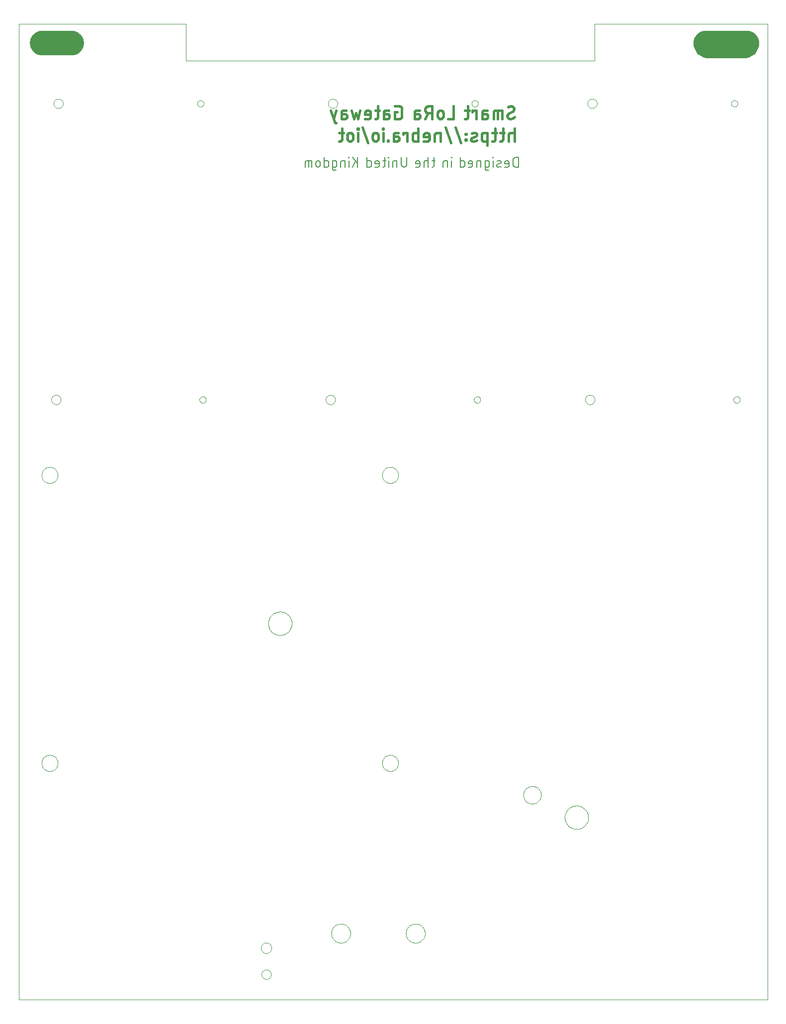
<source format=gbo>
G04 EAGLE Gerber RS-274X export*
G75*
%MOIN*%
%FSLAX34Y34*%
%LPD*%
%INBottom silk*%
%IPPOS*%
%AMOC8*
5,1,8,0,0,1.08239X$1,22.5*%
G01*
%ADD10C,0.000000*%
%ADD11C,0.015000*%
%ADD12C,0.006000*%

G36*
X48626Y68569D02*
X48626Y68569D01*
X48627Y68569D01*
X48767Y68579D01*
X48770Y68580D01*
X48773Y68580D01*
X48910Y68610D01*
X48913Y68611D01*
X48915Y68611D01*
X49047Y68660D01*
X49049Y68662D01*
X49052Y68663D01*
X49175Y68730D01*
X49177Y68732D01*
X49180Y68733D01*
X49292Y68817D01*
X49294Y68819D01*
X49296Y68821D01*
X49396Y68920D01*
X49397Y68922D01*
X49399Y68924D01*
X49483Y69037D01*
X49485Y69039D01*
X49486Y69041D01*
X49554Y69165D01*
X49555Y69167D01*
X49556Y69170D01*
X49605Y69301D01*
X49606Y69304D01*
X49607Y69306D01*
X49637Y69444D01*
X49637Y69446D01*
X49637Y69449D01*
X49647Y69589D01*
X49647Y69592D01*
X49647Y69595D01*
X49638Y69718D01*
X49637Y69721D01*
X49637Y69724D01*
X49608Y69844D01*
X49607Y69847D01*
X49606Y69850D01*
X49559Y69964D01*
X49557Y69967D01*
X49556Y69970D01*
X49491Y70075D01*
X49489Y70077D01*
X49488Y70080D01*
X49408Y70174D01*
X49405Y70176D01*
X49403Y70178D01*
X49309Y70258D01*
X49307Y70260D01*
X49304Y70262D01*
X49199Y70326D01*
X49196Y70328D01*
X49194Y70329D01*
X49080Y70377D01*
X49077Y70377D01*
X49074Y70378D01*
X48954Y70407D01*
X48951Y70408D01*
X48948Y70408D01*
X48824Y70418D01*
X48823Y70418D01*
X48821Y70418D01*
X46066Y70418D01*
X46064Y70418D01*
X46062Y70418D01*
X45939Y70408D01*
X45936Y70408D01*
X45933Y70407D01*
X45813Y70378D01*
X45810Y70377D01*
X45807Y70377D01*
X45693Y70329D01*
X45691Y70328D01*
X45688Y70326D01*
X45583Y70262D01*
X45580Y70260D01*
X45578Y70258D01*
X45484Y70178D01*
X45482Y70176D01*
X45479Y70174D01*
X45399Y70080D01*
X45398Y70077D01*
X45396Y70075D01*
X45331Y69970D01*
X45330Y69967D01*
X45328Y69964D01*
X45281Y69850D01*
X45280Y69847D01*
X45279Y69844D01*
X45250Y69724D01*
X45250Y69721D01*
X45249Y69718D01*
X45240Y69595D01*
X45240Y69592D01*
X45240Y69589D01*
X45250Y69449D01*
X45250Y69446D01*
X45250Y69444D01*
X45280Y69306D01*
X45281Y69304D01*
X45282Y69301D01*
X45331Y69170D01*
X45332Y69167D01*
X45333Y69165D01*
X45400Y69041D01*
X45402Y69039D01*
X45403Y69037D01*
X45488Y68924D01*
X45490Y68922D01*
X45491Y68920D01*
X45591Y68821D01*
X45593Y68819D01*
X45595Y68817D01*
X45707Y68733D01*
X45709Y68732D01*
X45712Y68730D01*
X45835Y68663D01*
X45838Y68662D01*
X45840Y68660D01*
X45972Y68611D01*
X45974Y68611D01*
X45977Y68610D01*
X46114Y68580D01*
X46117Y68580D01*
X46120Y68579D01*
X46260Y68569D01*
X46261Y68569D01*
X46262Y68569D01*
X48625Y68569D01*
X48626Y68569D01*
G37*
G36*
X3547Y68766D02*
X3547Y68766D01*
X3549Y68766D01*
X3672Y68776D01*
X3675Y68776D01*
X3678Y68777D01*
X3798Y68806D01*
X3799Y68806D01*
X3800Y68806D01*
X3802Y68807D01*
X3804Y68807D01*
X3918Y68855D01*
X3921Y68856D01*
X3923Y68857D01*
X4029Y68922D01*
X4031Y68924D01*
X4034Y68926D01*
X4128Y69006D01*
X4130Y69008D01*
X4132Y69010D01*
X4212Y69104D01*
X4214Y69107D01*
X4216Y69109D01*
X4280Y69214D01*
X4282Y69217D01*
X4283Y69220D01*
X4330Y69334D01*
X4331Y69337D01*
X4332Y69340D01*
X4361Y69460D01*
X4361Y69463D01*
X4362Y69466D01*
X4372Y69589D01*
X4372Y69592D01*
X4372Y69595D01*
X4362Y69718D01*
X4361Y69721D01*
X4361Y69724D01*
X4332Y69844D01*
X4331Y69847D01*
X4330Y69850D01*
X4283Y69964D01*
X4282Y69967D01*
X4280Y69970D01*
X4216Y70075D01*
X4214Y70077D01*
X4212Y70080D01*
X4132Y70174D01*
X4130Y70176D01*
X4128Y70178D01*
X4034Y70258D01*
X4031Y70260D01*
X4029Y70262D01*
X3923Y70326D01*
X3921Y70328D01*
X3918Y70329D01*
X3804Y70377D01*
X3801Y70377D01*
X3798Y70378D01*
X3678Y70407D01*
X3675Y70408D01*
X3672Y70408D01*
X3549Y70418D01*
X3547Y70418D01*
X3546Y70418D01*
X1577Y70418D01*
X1576Y70418D01*
X1574Y70418D01*
X1451Y70408D01*
X1448Y70408D01*
X1445Y70407D01*
X1325Y70378D01*
X1322Y70377D01*
X1319Y70377D01*
X1205Y70329D01*
X1202Y70328D01*
X1200Y70326D01*
X1094Y70262D01*
X1092Y70260D01*
X1089Y70258D01*
X995Y70178D01*
X993Y70176D01*
X991Y70174D01*
X911Y70080D01*
X909Y70077D01*
X907Y70075D01*
X843Y69970D01*
X842Y69967D01*
X840Y69964D01*
X793Y69850D01*
X792Y69847D01*
X791Y69844D01*
X762Y69724D01*
X762Y69721D01*
X761Y69718D01*
X751Y69595D01*
X752Y69592D01*
X751Y69589D01*
X761Y69466D01*
X762Y69463D01*
X762Y69460D01*
X791Y69340D01*
X792Y69337D01*
X793Y69334D01*
X840Y69220D01*
X842Y69217D01*
X843Y69214D01*
X907Y69109D01*
X909Y69107D01*
X911Y69104D01*
X991Y69010D01*
X993Y69008D01*
X995Y69006D01*
X1089Y68926D01*
X1092Y68924D01*
X1094Y68922D01*
X1200Y68857D01*
X1202Y68856D01*
X1205Y68855D01*
X1319Y68807D01*
X1321Y68807D01*
X1323Y68806D01*
X1324Y68806D01*
X1325Y68806D01*
X1445Y68777D01*
X1448Y68776D01*
X1451Y68776D01*
X1574Y68766D01*
X1576Y68766D01*
X1577Y68766D01*
X3546Y68766D01*
X3547Y68766D01*
G37*
D10*
X0Y5512D02*
X50197Y5512D01*
X50197Y70866D01*
X38600Y70866D01*
X11200Y70866D02*
X0Y70866D01*
X0Y5512D01*
D11*
X32946Y64517D02*
X32921Y64519D01*
X32897Y64523D01*
X32874Y64531D01*
X32852Y64542D01*
X32831Y64556D01*
X32812Y64572D01*
X32796Y64591D01*
X32782Y64611D01*
X32771Y64634D01*
X32763Y64657D01*
X32759Y64681D01*
X32757Y64706D01*
X32946Y64517D02*
X32985Y64519D01*
X33024Y64525D01*
X33062Y64534D01*
X33099Y64548D01*
X33135Y64565D01*
X33169Y64585D01*
X33200Y64608D01*
X33229Y64635D01*
X33206Y65178D02*
X33204Y65205D01*
X33198Y65231D01*
X33189Y65257D01*
X33176Y65280D01*
X33160Y65302D01*
X33141Y65321D01*
X33119Y65337D01*
X33096Y65350D01*
X33070Y65359D01*
X33044Y65365D01*
X33017Y65367D01*
X32985Y65366D01*
X32952Y65361D01*
X32921Y65354D01*
X32890Y65343D01*
X32860Y65330D01*
X32831Y65315D01*
X32805Y65296D01*
X33111Y65013D02*
X33132Y65027D01*
X33151Y65043D01*
X33167Y65062D01*
X33181Y65083D01*
X33192Y65105D01*
X33200Y65129D01*
X33204Y65153D01*
X33206Y65178D01*
X32852Y64871D02*
X32831Y64857D01*
X32812Y64841D01*
X32796Y64822D01*
X32782Y64801D01*
X32771Y64779D01*
X32763Y64755D01*
X32759Y64731D01*
X32757Y64706D01*
X32852Y64871D02*
X33111Y65013D01*
X32400Y65084D02*
X32400Y64517D01*
X32400Y65084D02*
X31975Y65084D01*
X31953Y65082D01*
X31931Y65077D01*
X31911Y65069D01*
X31892Y65057D01*
X31875Y65042D01*
X31860Y65025D01*
X31848Y65006D01*
X31840Y64986D01*
X31835Y64964D01*
X31833Y64942D01*
X31833Y64517D01*
X32116Y64517D02*
X32116Y65084D01*
X31295Y64847D02*
X31082Y64847D01*
X31295Y64847D02*
X31320Y64845D01*
X31344Y64840D01*
X31367Y64831D01*
X31388Y64818D01*
X31407Y64803D01*
X31424Y64785D01*
X31438Y64765D01*
X31449Y64742D01*
X31456Y64719D01*
X31460Y64694D01*
X31460Y64670D01*
X31456Y64645D01*
X31449Y64622D01*
X31438Y64600D01*
X31424Y64579D01*
X31407Y64561D01*
X31388Y64546D01*
X31367Y64533D01*
X31344Y64524D01*
X31320Y64519D01*
X31295Y64517D01*
X31082Y64517D01*
X31082Y64942D01*
X31084Y64964D01*
X31089Y64986D01*
X31097Y65006D01*
X31109Y65025D01*
X31124Y65042D01*
X31141Y65057D01*
X31160Y65069D01*
X31180Y65077D01*
X31202Y65082D01*
X31224Y65084D01*
X31413Y65084D01*
X30684Y65084D02*
X30684Y64517D01*
X30684Y65084D02*
X30400Y65084D01*
X30400Y64989D01*
X30210Y65084D02*
X29927Y65084D01*
X30115Y65367D02*
X30115Y64659D01*
X30116Y64659D02*
X30114Y64637D01*
X30109Y64615D01*
X30101Y64595D01*
X30089Y64576D01*
X30074Y64559D01*
X30057Y64544D01*
X30038Y64532D01*
X30018Y64524D01*
X29996Y64519D01*
X29974Y64517D01*
X29927Y64517D01*
X29145Y64517D02*
X29145Y65367D01*
X29145Y64517D02*
X28767Y64517D01*
X28469Y64706D02*
X28469Y64895D01*
X28467Y64922D01*
X28461Y64948D01*
X28452Y64974D01*
X28439Y64997D01*
X28423Y65019D01*
X28404Y65038D01*
X28382Y65054D01*
X28359Y65067D01*
X28333Y65076D01*
X28307Y65082D01*
X28280Y65084D01*
X28253Y65082D01*
X28227Y65076D01*
X28201Y65067D01*
X28178Y65054D01*
X28156Y65038D01*
X28137Y65019D01*
X28121Y64997D01*
X28108Y64974D01*
X28099Y64948D01*
X28093Y64922D01*
X28091Y64895D01*
X28092Y64895D02*
X28092Y64706D01*
X28091Y64706D02*
X28093Y64679D01*
X28099Y64653D01*
X28108Y64627D01*
X28121Y64604D01*
X28137Y64582D01*
X28156Y64563D01*
X28178Y64547D01*
X28201Y64534D01*
X28227Y64525D01*
X28253Y64519D01*
X28280Y64517D01*
X28307Y64519D01*
X28333Y64525D01*
X28359Y64534D01*
X28382Y64547D01*
X28404Y64563D01*
X28423Y64582D01*
X28439Y64604D01*
X28452Y64627D01*
X28461Y64653D01*
X28467Y64679D01*
X28469Y64706D01*
X27717Y64517D02*
X27717Y65367D01*
X27481Y65367D01*
X27451Y65365D01*
X27422Y65360D01*
X27394Y65350D01*
X27367Y65338D01*
X27342Y65322D01*
X27319Y65303D01*
X27299Y65281D01*
X27282Y65257D01*
X27267Y65231D01*
X27257Y65204D01*
X27249Y65175D01*
X27245Y65146D01*
X27245Y65116D01*
X27249Y65087D01*
X27257Y65058D01*
X27267Y65031D01*
X27282Y65005D01*
X27299Y64981D01*
X27319Y64959D01*
X27342Y64940D01*
X27367Y64924D01*
X27394Y64912D01*
X27422Y64902D01*
X27451Y64897D01*
X27481Y64895D01*
X27717Y64895D01*
X27433Y64895D02*
X27245Y64517D01*
X26746Y64847D02*
X26534Y64847D01*
X26746Y64847D02*
X26771Y64845D01*
X26795Y64840D01*
X26818Y64831D01*
X26839Y64818D01*
X26858Y64803D01*
X26875Y64785D01*
X26889Y64765D01*
X26900Y64742D01*
X26907Y64719D01*
X26911Y64694D01*
X26911Y64670D01*
X26907Y64645D01*
X26900Y64622D01*
X26889Y64600D01*
X26875Y64579D01*
X26858Y64561D01*
X26839Y64546D01*
X26818Y64533D01*
X26795Y64524D01*
X26771Y64519D01*
X26746Y64517D01*
X26534Y64517D01*
X26534Y64942D01*
X26536Y64964D01*
X26541Y64986D01*
X26549Y65006D01*
X26561Y65025D01*
X26576Y65042D01*
X26593Y65057D01*
X26612Y65069D01*
X26632Y65077D01*
X26654Y65082D01*
X26676Y65084D01*
X26864Y65084D01*
X25364Y64989D02*
X25222Y64989D01*
X25222Y64517D01*
X25505Y64517D01*
X25532Y64519D01*
X25558Y64525D01*
X25584Y64534D01*
X25607Y64547D01*
X25629Y64563D01*
X25648Y64582D01*
X25664Y64604D01*
X25677Y64627D01*
X25686Y64653D01*
X25692Y64679D01*
X25694Y64706D01*
X25694Y65178D01*
X25692Y65205D01*
X25686Y65231D01*
X25677Y65257D01*
X25664Y65280D01*
X25648Y65302D01*
X25629Y65321D01*
X25607Y65337D01*
X25584Y65350D01*
X25558Y65359D01*
X25532Y65365D01*
X25505Y65367D01*
X25222Y65367D01*
X24691Y64847D02*
X24479Y64847D01*
X24691Y64847D02*
X24716Y64845D01*
X24740Y64840D01*
X24763Y64831D01*
X24784Y64818D01*
X24803Y64803D01*
X24820Y64785D01*
X24834Y64765D01*
X24845Y64742D01*
X24852Y64719D01*
X24856Y64694D01*
X24856Y64670D01*
X24852Y64645D01*
X24845Y64622D01*
X24834Y64600D01*
X24820Y64579D01*
X24803Y64561D01*
X24784Y64546D01*
X24763Y64533D01*
X24740Y64524D01*
X24716Y64519D01*
X24691Y64517D01*
X24479Y64517D01*
X24479Y64942D01*
X24481Y64964D01*
X24486Y64986D01*
X24494Y65006D01*
X24506Y65025D01*
X24521Y65042D01*
X24538Y65057D01*
X24557Y65069D01*
X24577Y65077D01*
X24599Y65082D01*
X24621Y65084D01*
X24809Y65084D01*
X24182Y65084D02*
X23899Y65084D01*
X24087Y65367D02*
X24087Y64659D01*
X24088Y64659D02*
X24086Y64637D01*
X24081Y64615D01*
X24073Y64595D01*
X24061Y64576D01*
X24046Y64559D01*
X24029Y64544D01*
X24010Y64532D01*
X23990Y64524D01*
X23968Y64519D01*
X23946Y64517D01*
X23899Y64517D01*
X23450Y64517D02*
X23214Y64517D01*
X23450Y64517D02*
X23472Y64519D01*
X23494Y64524D01*
X23514Y64532D01*
X23533Y64544D01*
X23550Y64559D01*
X23565Y64576D01*
X23577Y64595D01*
X23585Y64615D01*
X23590Y64637D01*
X23592Y64659D01*
X23592Y64895D01*
X23590Y64922D01*
X23584Y64948D01*
X23575Y64974D01*
X23562Y64997D01*
X23546Y65019D01*
X23527Y65038D01*
X23505Y65054D01*
X23482Y65067D01*
X23456Y65076D01*
X23430Y65082D01*
X23403Y65084D01*
X23376Y65082D01*
X23350Y65076D01*
X23324Y65067D01*
X23301Y65054D01*
X23279Y65038D01*
X23260Y65019D01*
X23244Y64997D01*
X23231Y64974D01*
X23222Y64948D01*
X23216Y64922D01*
X23214Y64895D01*
X23214Y64800D01*
X23592Y64800D01*
X22892Y65084D02*
X22750Y64517D01*
X22609Y64895D01*
X22467Y64517D01*
X22325Y65084D01*
X21842Y64847D02*
X21629Y64847D01*
X21842Y64847D02*
X21867Y64845D01*
X21891Y64840D01*
X21914Y64831D01*
X21935Y64818D01*
X21954Y64803D01*
X21971Y64785D01*
X21985Y64765D01*
X21996Y64742D01*
X22003Y64719D01*
X22007Y64694D01*
X22007Y64670D01*
X22003Y64645D01*
X21996Y64622D01*
X21985Y64600D01*
X21971Y64579D01*
X21954Y64561D01*
X21935Y64546D01*
X21914Y64533D01*
X21891Y64524D01*
X21867Y64519D01*
X21842Y64517D01*
X21629Y64517D01*
X21629Y64942D01*
X21631Y64964D01*
X21636Y64986D01*
X21644Y65006D01*
X21656Y65025D01*
X21671Y65042D01*
X21688Y65057D01*
X21707Y65069D01*
X21727Y65077D01*
X21749Y65082D01*
X21771Y65084D01*
X21960Y65084D01*
X21291Y64234D02*
X21196Y64234D01*
X20913Y65084D01*
X21291Y65084D02*
X21102Y64517D01*
X33229Y63867D02*
X33229Y63017D01*
X33229Y63584D02*
X32993Y63584D01*
X32971Y63582D01*
X32949Y63577D01*
X32929Y63569D01*
X32910Y63557D01*
X32893Y63542D01*
X32878Y63525D01*
X32866Y63506D01*
X32858Y63486D01*
X32853Y63464D01*
X32851Y63442D01*
X32852Y63442D02*
X32852Y63017D01*
X32559Y63584D02*
X32275Y63584D01*
X32464Y63867D02*
X32464Y63159D01*
X32465Y63159D02*
X32463Y63137D01*
X32458Y63115D01*
X32450Y63095D01*
X32438Y63076D01*
X32423Y63059D01*
X32406Y63044D01*
X32387Y63032D01*
X32367Y63024D01*
X32345Y63019D01*
X32323Y63017D01*
X32275Y63017D01*
X32038Y63584D02*
X31755Y63584D01*
X31944Y63867D02*
X31944Y63159D01*
X31942Y63137D01*
X31937Y63115D01*
X31929Y63095D01*
X31917Y63076D01*
X31902Y63059D01*
X31885Y63044D01*
X31866Y63032D01*
X31846Y63024D01*
X31824Y63019D01*
X31802Y63017D01*
X31755Y63017D01*
X31417Y62734D02*
X31417Y63584D01*
X31181Y63584D01*
X31159Y63582D01*
X31137Y63577D01*
X31117Y63569D01*
X31098Y63557D01*
X31081Y63542D01*
X31066Y63525D01*
X31054Y63506D01*
X31046Y63486D01*
X31041Y63464D01*
X31039Y63442D01*
X31039Y63159D01*
X31041Y63137D01*
X31046Y63115D01*
X31054Y63095D01*
X31066Y63076D01*
X31081Y63059D01*
X31098Y63044D01*
X31117Y63032D01*
X31137Y63024D01*
X31159Y63019D01*
X31181Y63017D01*
X31417Y63017D01*
X30638Y63347D02*
X30402Y63253D01*
X30637Y63348D02*
X30656Y63357D01*
X30673Y63370D01*
X30688Y63385D01*
X30699Y63403D01*
X30708Y63422D01*
X30713Y63443D01*
X30714Y63464D01*
X30712Y63485D01*
X30706Y63505D01*
X30696Y63524D01*
X30684Y63541D01*
X30669Y63556D01*
X30651Y63568D01*
X30632Y63576D01*
X30611Y63581D01*
X30590Y63583D01*
X30547Y63581D01*
X30503Y63575D01*
X30460Y63565D01*
X30419Y63552D01*
X30378Y63536D01*
X30402Y63252D02*
X30383Y63243D01*
X30366Y63230D01*
X30351Y63215D01*
X30340Y63197D01*
X30331Y63178D01*
X30326Y63157D01*
X30325Y63136D01*
X30327Y63115D01*
X30333Y63095D01*
X30343Y63076D01*
X30355Y63059D01*
X30370Y63044D01*
X30388Y63032D01*
X30407Y63024D01*
X30428Y63019D01*
X30449Y63017D01*
X30448Y63017D02*
X30501Y63020D01*
X30554Y63026D01*
X30606Y63035D01*
X30658Y63048D01*
X30708Y63064D01*
X29995Y63088D02*
X29995Y63135D01*
X29948Y63135D01*
X29948Y63088D01*
X29995Y63088D01*
X29995Y63465D02*
X29995Y63513D01*
X29948Y63513D01*
X29948Y63465D01*
X29995Y63465D01*
X29640Y62922D02*
X29262Y63961D01*
X28605Y63961D02*
X28982Y62922D01*
X28270Y63017D02*
X28270Y63584D01*
X28034Y63584D01*
X28012Y63582D01*
X27990Y63577D01*
X27970Y63569D01*
X27951Y63557D01*
X27934Y63542D01*
X27919Y63525D01*
X27907Y63506D01*
X27899Y63486D01*
X27894Y63464D01*
X27892Y63442D01*
X27892Y63017D01*
X27388Y63017D02*
X27152Y63017D01*
X27388Y63017D02*
X27410Y63019D01*
X27432Y63024D01*
X27452Y63032D01*
X27471Y63044D01*
X27488Y63059D01*
X27503Y63076D01*
X27515Y63095D01*
X27523Y63115D01*
X27528Y63137D01*
X27530Y63159D01*
X27530Y63395D01*
X27528Y63422D01*
X27522Y63448D01*
X27513Y63474D01*
X27500Y63497D01*
X27484Y63519D01*
X27465Y63538D01*
X27443Y63554D01*
X27420Y63567D01*
X27394Y63576D01*
X27368Y63582D01*
X27341Y63584D01*
X27314Y63582D01*
X27288Y63576D01*
X27262Y63567D01*
X27239Y63554D01*
X27217Y63538D01*
X27198Y63519D01*
X27182Y63497D01*
X27169Y63474D01*
X27160Y63448D01*
X27154Y63422D01*
X27152Y63395D01*
X27152Y63300D01*
X27530Y63300D01*
X26786Y63017D02*
X26786Y63867D01*
X26786Y63017D02*
X26550Y63017D01*
X26528Y63019D01*
X26506Y63024D01*
X26486Y63032D01*
X26467Y63044D01*
X26450Y63059D01*
X26435Y63076D01*
X26423Y63095D01*
X26415Y63115D01*
X26410Y63137D01*
X26408Y63159D01*
X26408Y63442D01*
X26410Y63464D01*
X26415Y63486D01*
X26423Y63506D01*
X26435Y63525D01*
X26450Y63542D01*
X26467Y63557D01*
X26486Y63569D01*
X26506Y63577D01*
X26528Y63582D01*
X26550Y63584D01*
X26786Y63584D01*
X26045Y63584D02*
X26045Y63017D01*
X26045Y63584D02*
X25762Y63584D01*
X25762Y63489D01*
X25341Y63347D02*
X25129Y63347D01*
X25341Y63347D02*
X25366Y63345D01*
X25390Y63340D01*
X25413Y63331D01*
X25434Y63318D01*
X25453Y63303D01*
X25470Y63285D01*
X25484Y63265D01*
X25495Y63242D01*
X25502Y63219D01*
X25506Y63194D01*
X25506Y63170D01*
X25502Y63145D01*
X25495Y63122D01*
X25484Y63100D01*
X25470Y63079D01*
X25453Y63061D01*
X25434Y63046D01*
X25413Y63033D01*
X25390Y63024D01*
X25366Y63019D01*
X25341Y63017D01*
X25129Y63017D01*
X25129Y63442D01*
X25131Y63464D01*
X25136Y63486D01*
X25144Y63506D01*
X25156Y63525D01*
X25171Y63542D01*
X25188Y63557D01*
X25207Y63569D01*
X25227Y63577D01*
X25249Y63582D01*
X25271Y63584D01*
X25459Y63584D01*
X24789Y63064D02*
X24789Y63017D01*
X24789Y63064D02*
X24742Y63064D01*
X24742Y63017D01*
X24789Y63017D01*
X24437Y63017D02*
X24437Y63584D01*
X24460Y63820D02*
X24460Y63867D01*
X24413Y63867D01*
X24413Y63820D01*
X24460Y63820D01*
X24105Y63395D02*
X24105Y63206D01*
X24105Y63395D02*
X24103Y63422D01*
X24097Y63448D01*
X24088Y63474D01*
X24075Y63497D01*
X24059Y63519D01*
X24040Y63538D01*
X24018Y63554D01*
X23995Y63567D01*
X23969Y63576D01*
X23943Y63582D01*
X23916Y63584D01*
X23889Y63582D01*
X23863Y63576D01*
X23837Y63567D01*
X23814Y63554D01*
X23792Y63538D01*
X23773Y63519D01*
X23757Y63497D01*
X23744Y63474D01*
X23735Y63448D01*
X23729Y63422D01*
X23727Y63395D01*
X23727Y63206D01*
X23729Y63179D01*
X23735Y63153D01*
X23744Y63127D01*
X23757Y63104D01*
X23773Y63082D01*
X23792Y63063D01*
X23814Y63047D01*
X23837Y63034D01*
X23863Y63025D01*
X23889Y63019D01*
X23916Y63017D01*
X23943Y63019D01*
X23969Y63025D01*
X23995Y63034D01*
X24018Y63047D01*
X24040Y63063D01*
X24059Y63082D01*
X24075Y63104D01*
X24088Y63127D01*
X24097Y63153D01*
X24103Y63179D01*
X24105Y63206D01*
X23420Y62922D02*
X23042Y63961D01*
X22738Y63584D02*
X22738Y63017D01*
X22762Y63820D02*
X22762Y63867D01*
X22714Y63867D01*
X22714Y63820D01*
X22762Y63820D01*
X22406Y63395D02*
X22406Y63206D01*
X22406Y63395D02*
X22404Y63422D01*
X22398Y63448D01*
X22389Y63474D01*
X22376Y63497D01*
X22360Y63519D01*
X22341Y63538D01*
X22319Y63554D01*
X22296Y63567D01*
X22270Y63576D01*
X22244Y63582D01*
X22217Y63584D01*
X22190Y63582D01*
X22164Y63576D01*
X22138Y63567D01*
X22115Y63554D01*
X22093Y63538D01*
X22074Y63519D01*
X22058Y63497D01*
X22045Y63474D01*
X22036Y63448D01*
X22030Y63422D01*
X22028Y63395D01*
X22029Y63395D02*
X22029Y63206D01*
X22028Y63206D02*
X22030Y63179D01*
X22036Y63153D01*
X22045Y63127D01*
X22058Y63104D01*
X22074Y63082D01*
X22093Y63063D01*
X22115Y63047D01*
X22138Y63034D01*
X22164Y63025D01*
X22190Y63019D01*
X22217Y63017D01*
X22244Y63019D01*
X22270Y63025D01*
X22296Y63034D01*
X22319Y63047D01*
X22341Y63063D01*
X22360Y63082D01*
X22376Y63104D01*
X22389Y63127D01*
X22398Y63153D01*
X22404Y63179D01*
X22406Y63206D01*
X21763Y63584D02*
X21480Y63584D01*
X21669Y63867D02*
X21669Y63159D01*
X21667Y63137D01*
X21662Y63115D01*
X21654Y63095D01*
X21642Y63076D01*
X21627Y63059D01*
X21610Y63044D01*
X21591Y63032D01*
X21571Y63024D01*
X21549Y63019D01*
X21527Y63017D01*
X21480Y63017D01*
D12*
X33499Y61932D02*
X33499Y61292D01*
X33499Y61932D02*
X33321Y61932D01*
X33296Y61930D01*
X33271Y61925D01*
X33247Y61916D01*
X33225Y61904D01*
X33204Y61889D01*
X33186Y61871D01*
X33171Y61850D01*
X33159Y61828D01*
X33150Y61804D01*
X33145Y61779D01*
X33143Y61754D01*
X33144Y61754D02*
X33144Y61469D01*
X33143Y61469D02*
X33145Y61444D01*
X33150Y61419D01*
X33159Y61395D01*
X33171Y61373D01*
X33186Y61352D01*
X33204Y61334D01*
X33225Y61319D01*
X33247Y61307D01*
X33271Y61298D01*
X33296Y61293D01*
X33321Y61291D01*
X33321Y61292D02*
X33499Y61292D01*
X32762Y61292D02*
X32584Y61292D01*
X32762Y61291D02*
X32781Y61293D01*
X32799Y61297D01*
X32816Y61305D01*
X32831Y61316D01*
X32844Y61329D01*
X32855Y61345D01*
X32863Y61361D01*
X32867Y61379D01*
X32869Y61398D01*
X32869Y61576D01*
X32868Y61576D02*
X32866Y61598D01*
X32861Y61620D01*
X32853Y61640D01*
X32841Y61659D01*
X32826Y61676D01*
X32809Y61691D01*
X32790Y61703D01*
X32770Y61711D01*
X32748Y61716D01*
X32726Y61718D01*
X32704Y61716D01*
X32682Y61711D01*
X32662Y61703D01*
X32643Y61691D01*
X32626Y61676D01*
X32611Y61659D01*
X32599Y61640D01*
X32591Y61620D01*
X32586Y61598D01*
X32584Y61576D01*
X32584Y61505D01*
X32869Y61505D01*
X32282Y61540D02*
X32104Y61469D01*
X32282Y61541D02*
X32298Y61549D01*
X32313Y61560D01*
X32324Y61574D01*
X32333Y61590D01*
X32338Y61608D01*
X32340Y61626D01*
X32338Y61644D01*
X32333Y61661D01*
X32324Y61677D01*
X32313Y61691D01*
X32298Y61703D01*
X32282Y61711D01*
X32265Y61716D01*
X32247Y61718D01*
X32246Y61719D02*
X32213Y61717D01*
X32181Y61713D01*
X32148Y61705D01*
X32117Y61696D01*
X32086Y61683D01*
X32104Y61469D02*
X32088Y61461D01*
X32073Y61450D01*
X32062Y61436D01*
X32053Y61420D01*
X32048Y61402D01*
X32046Y61384D01*
X32048Y61366D01*
X32053Y61349D01*
X32062Y61333D01*
X32073Y61319D01*
X32088Y61307D01*
X32104Y61299D01*
X32121Y61294D01*
X32139Y61292D01*
X32140Y61291D02*
X32179Y61293D01*
X32219Y61297D01*
X32258Y61305D01*
X32297Y61314D01*
X32335Y61327D01*
X31803Y61292D02*
X31803Y61718D01*
X31821Y61896D02*
X31821Y61932D01*
X31786Y61932D01*
X31786Y61896D01*
X31821Y61896D01*
X31452Y61292D02*
X31274Y61292D01*
X31452Y61291D02*
X31471Y61293D01*
X31489Y61297D01*
X31506Y61305D01*
X31521Y61316D01*
X31534Y61329D01*
X31545Y61345D01*
X31553Y61361D01*
X31557Y61379D01*
X31559Y61398D01*
X31559Y61612D01*
X31557Y61631D01*
X31553Y61649D01*
X31545Y61666D01*
X31534Y61681D01*
X31521Y61694D01*
X31506Y61705D01*
X31489Y61713D01*
X31471Y61717D01*
X31452Y61719D01*
X31452Y61718D02*
X31274Y61718D01*
X31274Y61185D01*
X31276Y61166D01*
X31280Y61148D01*
X31288Y61132D01*
X31299Y61116D01*
X31312Y61103D01*
X31328Y61092D01*
X31344Y61084D01*
X31362Y61080D01*
X31381Y61078D01*
X31523Y61078D01*
X30981Y61292D02*
X30981Y61718D01*
X30804Y61718D01*
X30804Y61719D02*
X30785Y61717D01*
X30767Y61713D01*
X30751Y61705D01*
X30735Y61694D01*
X30722Y61681D01*
X30711Y61666D01*
X30703Y61649D01*
X30699Y61631D01*
X30697Y61612D01*
X30697Y61292D01*
X30321Y61292D02*
X30143Y61292D01*
X30321Y61291D02*
X30340Y61293D01*
X30358Y61297D01*
X30375Y61305D01*
X30390Y61316D01*
X30403Y61329D01*
X30414Y61345D01*
X30422Y61361D01*
X30426Y61379D01*
X30428Y61398D01*
X30428Y61576D01*
X30427Y61576D02*
X30425Y61598D01*
X30420Y61620D01*
X30412Y61640D01*
X30400Y61659D01*
X30385Y61676D01*
X30368Y61691D01*
X30349Y61703D01*
X30329Y61711D01*
X30307Y61716D01*
X30285Y61718D01*
X30263Y61716D01*
X30241Y61711D01*
X30221Y61703D01*
X30202Y61691D01*
X30185Y61676D01*
X30170Y61659D01*
X30158Y61640D01*
X30150Y61620D01*
X30145Y61598D01*
X30143Y61576D01*
X30143Y61505D01*
X30428Y61505D01*
X29613Y61292D02*
X29613Y61932D01*
X29613Y61292D02*
X29790Y61292D01*
X29790Y61291D02*
X29809Y61293D01*
X29827Y61297D01*
X29844Y61305D01*
X29859Y61316D01*
X29872Y61329D01*
X29883Y61345D01*
X29891Y61361D01*
X29895Y61379D01*
X29897Y61398D01*
X29897Y61612D01*
X29895Y61631D01*
X29891Y61649D01*
X29883Y61666D01*
X29872Y61681D01*
X29859Y61694D01*
X29844Y61705D01*
X29827Y61713D01*
X29809Y61717D01*
X29790Y61719D01*
X29790Y61718D02*
X29613Y61718D01*
X29014Y61718D02*
X29014Y61292D01*
X29031Y61896D02*
X29031Y61932D01*
X28996Y61932D01*
X28996Y61896D01*
X29031Y61896D01*
X28745Y61718D02*
X28745Y61292D01*
X28745Y61718D02*
X28568Y61718D01*
X28568Y61719D02*
X28549Y61717D01*
X28531Y61713D01*
X28515Y61705D01*
X28499Y61694D01*
X28486Y61681D01*
X28475Y61666D01*
X28467Y61649D01*
X28463Y61631D01*
X28461Y61612D01*
X28461Y61292D01*
X27914Y61718D02*
X27701Y61718D01*
X27843Y61932D02*
X27843Y61398D01*
X27844Y61398D02*
X27842Y61379D01*
X27838Y61361D01*
X27830Y61345D01*
X27819Y61329D01*
X27806Y61316D01*
X27791Y61305D01*
X27774Y61297D01*
X27756Y61293D01*
X27737Y61291D01*
X27737Y61292D02*
X27701Y61292D01*
X27453Y61292D02*
X27453Y61932D01*
X27453Y61718D02*
X27275Y61718D01*
X27275Y61719D02*
X27256Y61717D01*
X27238Y61713D01*
X27222Y61705D01*
X27206Y61694D01*
X27193Y61681D01*
X27182Y61666D01*
X27174Y61649D01*
X27170Y61631D01*
X27168Y61612D01*
X27169Y61612D02*
X27169Y61292D01*
X26793Y61292D02*
X26615Y61292D01*
X26793Y61291D02*
X26812Y61293D01*
X26830Y61297D01*
X26847Y61305D01*
X26862Y61316D01*
X26875Y61329D01*
X26886Y61345D01*
X26894Y61361D01*
X26898Y61379D01*
X26900Y61398D01*
X26899Y61398D02*
X26899Y61576D01*
X26897Y61598D01*
X26892Y61620D01*
X26884Y61640D01*
X26872Y61659D01*
X26857Y61676D01*
X26840Y61691D01*
X26821Y61703D01*
X26801Y61711D01*
X26779Y61716D01*
X26757Y61718D01*
X26735Y61716D01*
X26713Y61711D01*
X26693Y61703D01*
X26674Y61691D01*
X26657Y61676D01*
X26642Y61659D01*
X26630Y61640D01*
X26622Y61620D01*
X26617Y61598D01*
X26615Y61576D01*
X26615Y61505D01*
X26899Y61505D01*
X26012Y61469D02*
X26012Y61932D01*
X26012Y61469D02*
X26010Y61444D01*
X26005Y61419D01*
X25996Y61395D01*
X25984Y61373D01*
X25969Y61352D01*
X25951Y61334D01*
X25930Y61319D01*
X25908Y61307D01*
X25884Y61298D01*
X25859Y61293D01*
X25834Y61291D01*
X25809Y61293D01*
X25784Y61298D01*
X25760Y61307D01*
X25738Y61319D01*
X25717Y61334D01*
X25699Y61352D01*
X25684Y61373D01*
X25672Y61395D01*
X25663Y61419D01*
X25658Y61444D01*
X25656Y61469D01*
X25656Y61932D01*
X25361Y61718D02*
X25361Y61292D01*
X25361Y61718D02*
X25183Y61718D01*
X25183Y61719D02*
X25164Y61717D01*
X25146Y61713D01*
X25130Y61705D01*
X25114Y61694D01*
X25101Y61681D01*
X25090Y61666D01*
X25082Y61649D01*
X25078Y61631D01*
X25076Y61612D01*
X25076Y61292D01*
X24808Y61292D02*
X24808Y61718D01*
X24826Y61896D02*
X24826Y61932D01*
X24790Y61932D01*
X24790Y61896D01*
X24826Y61896D01*
X24612Y61718D02*
X24398Y61718D01*
X24541Y61932D02*
X24541Y61398D01*
X24539Y61379D01*
X24535Y61361D01*
X24527Y61345D01*
X24516Y61329D01*
X24503Y61316D01*
X24488Y61305D01*
X24471Y61297D01*
X24453Y61293D01*
X24434Y61291D01*
X24434Y61292D02*
X24398Y61292D01*
X24064Y61292D02*
X23887Y61292D01*
X24064Y61291D02*
X24083Y61293D01*
X24101Y61297D01*
X24118Y61305D01*
X24133Y61316D01*
X24146Y61329D01*
X24157Y61345D01*
X24165Y61361D01*
X24169Y61379D01*
X24171Y61398D01*
X24171Y61576D01*
X24169Y61598D01*
X24164Y61620D01*
X24156Y61640D01*
X24144Y61659D01*
X24129Y61676D01*
X24112Y61691D01*
X24093Y61703D01*
X24073Y61711D01*
X24051Y61716D01*
X24029Y61718D01*
X24007Y61716D01*
X23985Y61711D01*
X23965Y61703D01*
X23946Y61691D01*
X23929Y61676D01*
X23914Y61659D01*
X23902Y61640D01*
X23894Y61620D01*
X23889Y61598D01*
X23887Y61576D01*
X23887Y61505D01*
X24171Y61505D01*
X23356Y61292D02*
X23356Y61932D01*
X23356Y61292D02*
X23534Y61292D01*
X23534Y61291D02*
X23553Y61293D01*
X23571Y61297D01*
X23588Y61305D01*
X23603Y61316D01*
X23616Y61329D01*
X23627Y61345D01*
X23635Y61361D01*
X23639Y61379D01*
X23641Y61398D01*
X23641Y61612D01*
X23639Y61631D01*
X23635Y61649D01*
X23627Y61666D01*
X23616Y61681D01*
X23603Y61694D01*
X23588Y61705D01*
X23571Y61713D01*
X23553Y61717D01*
X23534Y61719D01*
X23534Y61718D02*
X23356Y61718D01*
X22721Y61932D02*
X22721Y61292D01*
X22721Y61540D02*
X22366Y61932D01*
X22579Y61683D02*
X22366Y61292D01*
X22142Y61292D02*
X22142Y61718D01*
X22159Y61896D02*
X22159Y61932D01*
X22124Y61932D01*
X22124Y61896D01*
X22159Y61896D01*
X21873Y61718D02*
X21873Y61292D01*
X21873Y61718D02*
X21696Y61718D01*
X21696Y61719D02*
X21677Y61717D01*
X21659Y61713D01*
X21643Y61705D01*
X21627Y61694D01*
X21614Y61681D01*
X21603Y61666D01*
X21595Y61649D01*
X21591Y61631D01*
X21589Y61612D01*
X21589Y61292D01*
X21216Y61292D02*
X21038Y61292D01*
X21216Y61291D02*
X21235Y61293D01*
X21253Y61297D01*
X21270Y61305D01*
X21285Y61316D01*
X21298Y61329D01*
X21309Y61345D01*
X21317Y61361D01*
X21321Y61379D01*
X21323Y61398D01*
X21323Y61612D01*
X21321Y61631D01*
X21317Y61649D01*
X21309Y61666D01*
X21298Y61681D01*
X21285Y61694D01*
X21270Y61705D01*
X21253Y61713D01*
X21235Y61717D01*
X21216Y61719D01*
X21216Y61718D02*
X21038Y61718D01*
X21038Y61185D01*
X21040Y61166D01*
X21044Y61148D01*
X21052Y61132D01*
X21063Y61116D01*
X21076Y61103D01*
X21092Y61092D01*
X21108Y61084D01*
X21126Y61080D01*
X21145Y61078D01*
X21287Y61078D01*
X20484Y61292D02*
X20484Y61932D01*
X20484Y61292D02*
X20662Y61292D01*
X20662Y61291D02*
X20681Y61293D01*
X20699Y61297D01*
X20716Y61305D01*
X20731Y61316D01*
X20744Y61329D01*
X20755Y61345D01*
X20763Y61361D01*
X20767Y61379D01*
X20769Y61398D01*
X20769Y61612D01*
X20767Y61631D01*
X20763Y61649D01*
X20755Y61666D01*
X20744Y61681D01*
X20731Y61694D01*
X20716Y61705D01*
X20699Y61713D01*
X20681Y61717D01*
X20662Y61719D01*
X20662Y61718D02*
X20484Y61718D01*
X20212Y61576D02*
X20212Y61434D01*
X20212Y61576D02*
X20210Y61598D01*
X20205Y61620D01*
X20197Y61640D01*
X20185Y61659D01*
X20170Y61676D01*
X20153Y61691D01*
X20134Y61703D01*
X20114Y61711D01*
X20092Y61716D01*
X20070Y61718D01*
X20048Y61716D01*
X20026Y61711D01*
X20006Y61703D01*
X19987Y61691D01*
X19970Y61676D01*
X19955Y61659D01*
X19943Y61640D01*
X19935Y61620D01*
X19930Y61598D01*
X19928Y61576D01*
X19927Y61576D02*
X19927Y61434D01*
X19928Y61434D02*
X19930Y61412D01*
X19935Y61390D01*
X19943Y61370D01*
X19955Y61351D01*
X19970Y61334D01*
X19987Y61319D01*
X20006Y61307D01*
X20026Y61299D01*
X20048Y61294D01*
X20070Y61292D01*
X20092Y61294D01*
X20114Y61299D01*
X20134Y61307D01*
X20153Y61319D01*
X20170Y61334D01*
X20185Y61351D01*
X20197Y61370D01*
X20205Y61390D01*
X20210Y61412D01*
X20212Y61434D01*
X19647Y61292D02*
X19647Y61718D01*
X19327Y61718D01*
X19327Y61719D02*
X19308Y61717D01*
X19290Y61713D01*
X19274Y61705D01*
X19258Y61694D01*
X19245Y61681D01*
X19234Y61666D01*
X19226Y61649D01*
X19222Y61631D01*
X19220Y61612D01*
X19220Y61292D01*
X19434Y61292D02*
X19434Y61718D01*
D10*
X16733Y30709D02*
X16735Y30765D01*
X16741Y30820D01*
X16751Y30874D01*
X16764Y30928D01*
X16782Y30981D01*
X16803Y31032D01*
X16827Y31082D01*
X16855Y31130D01*
X16887Y31176D01*
X16921Y31220D01*
X16959Y31261D01*
X16999Y31299D01*
X17042Y31334D01*
X17087Y31366D01*
X17135Y31395D01*
X17184Y31421D01*
X17235Y31443D01*
X17287Y31461D01*
X17341Y31475D01*
X17396Y31486D01*
X17451Y31493D01*
X17506Y31496D01*
X17562Y31495D01*
X17617Y31490D01*
X17672Y31481D01*
X17726Y31469D01*
X17779Y31452D01*
X17831Y31432D01*
X17881Y31408D01*
X17929Y31381D01*
X17976Y31351D01*
X18020Y31317D01*
X18062Y31280D01*
X18100Y31240D01*
X18137Y31198D01*
X18170Y31153D01*
X18199Y31107D01*
X18226Y31058D01*
X18248Y31007D01*
X18268Y30955D01*
X18283Y30901D01*
X18295Y30847D01*
X18303Y30792D01*
X18307Y30737D01*
X18307Y30681D01*
X18303Y30626D01*
X18295Y30571D01*
X18283Y30517D01*
X18268Y30463D01*
X18248Y30411D01*
X18226Y30360D01*
X18199Y30311D01*
X18170Y30265D01*
X18137Y30220D01*
X18100Y30178D01*
X18062Y30138D01*
X18020Y30101D01*
X17976Y30067D01*
X17929Y30037D01*
X17881Y30010D01*
X17831Y29986D01*
X17779Y29966D01*
X17726Y29949D01*
X17672Y29937D01*
X17617Y29928D01*
X17562Y29923D01*
X17506Y29922D01*
X17451Y29925D01*
X17396Y29932D01*
X17341Y29943D01*
X17287Y29957D01*
X17235Y29975D01*
X17184Y29997D01*
X17135Y30023D01*
X17087Y30052D01*
X17042Y30084D01*
X16999Y30119D01*
X16959Y30157D01*
X16921Y30198D01*
X16887Y30242D01*
X16855Y30288D01*
X16827Y30336D01*
X16803Y30386D01*
X16782Y30437D01*
X16764Y30490D01*
X16751Y30544D01*
X16741Y30598D01*
X16735Y30653D01*
X16733Y30709D01*
X11200Y68400D02*
X11200Y70866D01*
X11200Y68400D02*
X38600Y68400D01*
X38600Y70866D01*
X36615Y17717D02*
X36617Y17773D01*
X36623Y17828D01*
X36633Y17882D01*
X36646Y17936D01*
X36664Y17989D01*
X36685Y18040D01*
X36709Y18090D01*
X36737Y18138D01*
X36769Y18184D01*
X36803Y18228D01*
X36841Y18269D01*
X36881Y18307D01*
X36924Y18342D01*
X36969Y18374D01*
X37017Y18403D01*
X37066Y18429D01*
X37117Y18451D01*
X37169Y18469D01*
X37223Y18483D01*
X37278Y18494D01*
X37333Y18501D01*
X37388Y18504D01*
X37444Y18503D01*
X37499Y18498D01*
X37554Y18489D01*
X37608Y18477D01*
X37661Y18460D01*
X37713Y18440D01*
X37763Y18416D01*
X37811Y18389D01*
X37858Y18359D01*
X37902Y18325D01*
X37944Y18288D01*
X37982Y18248D01*
X38019Y18206D01*
X38052Y18161D01*
X38081Y18115D01*
X38108Y18066D01*
X38130Y18015D01*
X38150Y17963D01*
X38165Y17909D01*
X38177Y17855D01*
X38185Y17800D01*
X38189Y17745D01*
X38189Y17689D01*
X38185Y17634D01*
X38177Y17579D01*
X38165Y17525D01*
X38150Y17471D01*
X38130Y17419D01*
X38108Y17368D01*
X38081Y17319D01*
X38052Y17273D01*
X38019Y17228D01*
X37982Y17186D01*
X37944Y17146D01*
X37902Y17109D01*
X37858Y17075D01*
X37811Y17045D01*
X37763Y17018D01*
X37713Y16994D01*
X37661Y16974D01*
X37608Y16957D01*
X37554Y16945D01*
X37499Y16936D01*
X37444Y16931D01*
X37388Y16930D01*
X37333Y16933D01*
X37278Y16940D01*
X37223Y16951D01*
X37169Y16965D01*
X37117Y16983D01*
X37066Y17005D01*
X37017Y17031D01*
X36969Y17060D01*
X36924Y17092D01*
X36881Y17127D01*
X36841Y17165D01*
X36803Y17206D01*
X36769Y17250D01*
X36737Y17296D01*
X36709Y17344D01*
X36685Y17394D01*
X36664Y17445D01*
X36646Y17498D01*
X36633Y17552D01*
X36623Y17606D01*
X36617Y17661D01*
X36615Y17717D01*
X20585Y45700D02*
X20587Y45735D01*
X20593Y45770D01*
X20603Y45804D01*
X20616Y45837D01*
X20633Y45868D01*
X20654Y45896D01*
X20677Y45923D01*
X20704Y45946D01*
X20732Y45967D01*
X20763Y45984D01*
X20796Y45997D01*
X20830Y46007D01*
X20865Y46013D01*
X20900Y46015D01*
X20935Y46013D01*
X20970Y46007D01*
X21004Y45997D01*
X21037Y45984D01*
X21068Y45967D01*
X21096Y45946D01*
X21123Y45923D01*
X21146Y45896D01*
X21167Y45868D01*
X21184Y45837D01*
X21197Y45804D01*
X21207Y45770D01*
X21213Y45735D01*
X21215Y45700D01*
X21213Y45665D01*
X21207Y45630D01*
X21197Y45596D01*
X21184Y45563D01*
X21167Y45532D01*
X21146Y45504D01*
X21123Y45477D01*
X21096Y45454D01*
X21068Y45433D01*
X21037Y45416D01*
X21004Y45403D01*
X20970Y45393D01*
X20935Y45387D01*
X20900Y45385D01*
X20865Y45387D01*
X20830Y45393D01*
X20796Y45403D01*
X20763Y45416D01*
X20732Y45433D01*
X20704Y45454D01*
X20677Y45477D01*
X20654Y45504D01*
X20633Y45532D01*
X20616Y45563D01*
X20603Y45596D01*
X20593Y45630D01*
X20587Y45665D01*
X20585Y45700D01*
X30526Y45700D02*
X30528Y45729D01*
X30534Y45757D01*
X30543Y45785D01*
X30556Y45811D01*
X30573Y45834D01*
X30592Y45856D01*
X30614Y45875D01*
X30639Y45890D01*
X30665Y45903D01*
X30693Y45911D01*
X30721Y45916D01*
X30750Y45917D01*
X30779Y45914D01*
X30807Y45907D01*
X30834Y45897D01*
X30860Y45883D01*
X30883Y45866D01*
X30904Y45846D01*
X30922Y45823D01*
X30937Y45798D01*
X30948Y45771D01*
X30956Y45743D01*
X30960Y45714D01*
X30960Y45686D01*
X30956Y45657D01*
X30948Y45629D01*
X30937Y45602D01*
X30922Y45577D01*
X30904Y45554D01*
X30883Y45534D01*
X30860Y45517D01*
X30834Y45503D01*
X30807Y45493D01*
X30779Y45486D01*
X30750Y45483D01*
X30721Y45484D01*
X30693Y45489D01*
X30665Y45497D01*
X30639Y45510D01*
X30614Y45525D01*
X30592Y45544D01*
X30573Y45566D01*
X30556Y45589D01*
X30543Y45615D01*
X30534Y45643D01*
X30528Y45671D01*
X30526Y45700D01*
X20742Y65543D02*
X20744Y65578D01*
X20750Y65613D01*
X20760Y65647D01*
X20773Y65680D01*
X20790Y65711D01*
X20811Y65739D01*
X20834Y65766D01*
X20861Y65789D01*
X20889Y65810D01*
X20920Y65827D01*
X20953Y65840D01*
X20987Y65850D01*
X21022Y65856D01*
X21057Y65858D01*
X21092Y65856D01*
X21127Y65850D01*
X21161Y65840D01*
X21194Y65827D01*
X21225Y65810D01*
X21253Y65789D01*
X21280Y65766D01*
X21303Y65739D01*
X21324Y65711D01*
X21341Y65680D01*
X21354Y65647D01*
X21364Y65613D01*
X21370Y65578D01*
X21372Y65543D01*
X21370Y65508D01*
X21364Y65473D01*
X21354Y65439D01*
X21341Y65406D01*
X21324Y65375D01*
X21303Y65347D01*
X21280Y65320D01*
X21253Y65297D01*
X21225Y65276D01*
X21194Y65259D01*
X21161Y65246D01*
X21127Y65236D01*
X21092Y65230D01*
X21057Y65228D01*
X21022Y65230D01*
X20987Y65236D01*
X20953Y65246D01*
X20920Y65259D01*
X20889Y65276D01*
X20861Y65297D01*
X20834Y65320D01*
X20811Y65347D01*
X20790Y65375D01*
X20773Y65406D01*
X20760Y65439D01*
X20750Y65473D01*
X20744Y65508D01*
X20742Y65543D01*
X30368Y65543D02*
X30370Y65572D01*
X30376Y65600D01*
X30385Y65628D01*
X30398Y65654D01*
X30415Y65677D01*
X30434Y65699D01*
X30456Y65718D01*
X30481Y65733D01*
X30507Y65746D01*
X30535Y65754D01*
X30563Y65759D01*
X30592Y65760D01*
X30621Y65757D01*
X30649Y65750D01*
X30676Y65740D01*
X30702Y65726D01*
X30725Y65709D01*
X30746Y65689D01*
X30764Y65666D01*
X30779Y65641D01*
X30790Y65614D01*
X30798Y65586D01*
X30802Y65557D01*
X30802Y65529D01*
X30798Y65500D01*
X30790Y65472D01*
X30779Y65445D01*
X30764Y65420D01*
X30746Y65397D01*
X30725Y65377D01*
X30702Y65360D01*
X30676Y65346D01*
X30649Y65336D01*
X30621Y65329D01*
X30592Y65326D01*
X30563Y65327D01*
X30535Y65332D01*
X30507Y65340D01*
X30481Y65353D01*
X30456Y65368D01*
X30434Y65387D01*
X30415Y65409D01*
X30398Y65432D01*
X30385Y65458D01*
X30376Y65486D01*
X30370Y65514D01*
X30368Y65543D01*
X2185Y45700D02*
X2187Y45735D01*
X2193Y45770D01*
X2203Y45804D01*
X2216Y45837D01*
X2233Y45868D01*
X2254Y45896D01*
X2277Y45923D01*
X2304Y45946D01*
X2332Y45967D01*
X2363Y45984D01*
X2396Y45997D01*
X2430Y46007D01*
X2465Y46013D01*
X2500Y46015D01*
X2535Y46013D01*
X2570Y46007D01*
X2604Y45997D01*
X2637Y45984D01*
X2668Y45967D01*
X2696Y45946D01*
X2723Y45923D01*
X2746Y45896D01*
X2767Y45868D01*
X2784Y45837D01*
X2797Y45804D01*
X2807Y45770D01*
X2813Y45735D01*
X2815Y45700D01*
X2813Y45665D01*
X2807Y45630D01*
X2797Y45596D01*
X2784Y45563D01*
X2767Y45532D01*
X2746Y45504D01*
X2723Y45477D01*
X2696Y45454D01*
X2668Y45433D01*
X2637Y45416D01*
X2604Y45403D01*
X2570Y45393D01*
X2535Y45387D01*
X2500Y45385D01*
X2465Y45387D01*
X2430Y45393D01*
X2396Y45403D01*
X2363Y45416D01*
X2332Y45433D01*
X2304Y45454D01*
X2277Y45477D01*
X2254Y45504D01*
X2233Y45532D01*
X2216Y45563D01*
X2203Y45596D01*
X2193Y45630D01*
X2187Y45665D01*
X2185Y45700D01*
X12126Y45700D02*
X12128Y45729D01*
X12134Y45757D01*
X12143Y45785D01*
X12156Y45811D01*
X12173Y45834D01*
X12192Y45856D01*
X12214Y45875D01*
X12239Y45890D01*
X12265Y45903D01*
X12293Y45911D01*
X12321Y45916D01*
X12350Y45917D01*
X12379Y45914D01*
X12407Y45907D01*
X12434Y45897D01*
X12460Y45883D01*
X12483Y45866D01*
X12504Y45846D01*
X12522Y45823D01*
X12537Y45798D01*
X12548Y45771D01*
X12556Y45743D01*
X12560Y45714D01*
X12560Y45686D01*
X12556Y45657D01*
X12548Y45629D01*
X12537Y45602D01*
X12522Y45577D01*
X12504Y45554D01*
X12483Y45534D01*
X12460Y45517D01*
X12434Y45503D01*
X12407Y45493D01*
X12379Y45486D01*
X12350Y45483D01*
X12321Y45484D01*
X12293Y45489D01*
X12265Y45497D01*
X12239Y45510D01*
X12214Y45525D01*
X12192Y45544D01*
X12173Y45566D01*
X12156Y45589D01*
X12143Y45615D01*
X12134Y45643D01*
X12128Y45671D01*
X12126Y45700D01*
X2342Y65543D02*
X2344Y65578D01*
X2350Y65613D01*
X2360Y65647D01*
X2373Y65680D01*
X2390Y65711D01*
X2411Y65739D01*
X2434Y65766D01*
X2461Y65789D01*
X2489Y65810D01*
X2520Y65827D01*
X2553Y65840D01*
X2587Y65850D01*
X2622Y65856D01*
X2657Y65858D01*
X2692Y65856D01*
X2727Y65850D01*
X2761Y65840D01*
X2794Y65827D01*
X2825Y65810D01*
X2853Y65789D01*
X2880Y65766D01*
X2903Y65739D01*
X2924Y65711D01*
X2941Y65680D01*
X2954Y65647D01*
X2964Y65613D01*
X2970Y65578D01*
X2972Y65543D01*
X2970Y65508D01*
X2964Y65473D01*
X2954Y65439D01*
X2941Y65406D01*
X2924Y65375D01*
X2903Y65347D01*
X2880Y65320D01*
X2853Y65297D01*
X2825Y65276D01*
X2794Y65259D01*
X2761Y65246D01*
X2727Y65236D01*
X2692Y65230D01*
X2657Y65228D01*
X2622Y65230D01*
X2587Y65236D01*
X2553Y65246D01*
X2520Y65259D01*
X2489Y65276D01*
X2461Y65297D01*
X2434Y65320D01*
X2411Y65347D01*
X2390Y65375D01*
X2373Y65406D01*
X2360Y65439D01*
X2350Y65473D01*
X2344Y65508D01*
X2342Y65543D01*
X11968Y65543D02*
X11970Y65572D01*
X11976Y65600D01*
X11985Y65628D01*
X11998Y65654D01*
X12015Y65677D01*
X12034Y65699D01*
X12056Y65718D01*
X12081Y65733D01*
X12107Y65746D01*
X12135Y65754D01*
X12163Y65759D01*
X12192Y65760D01*
X12221Y65757D01*
X12249Y65750D01*
X12276Y65740D01*
X12302Y65726D01*
X12325Y65709D01*
X12346Y65689D01*
X12364Y65666D01*
X12379Y65641D01*
X12390Y65614D01*
X12398Y65586D01*
X12402Y65557D01*
X12402Y65529D01*
X12398Y65500D01*
X12390Y65472D01*
X12379Y65445D01*
X12364Y65420D01*
X12346Y65397D01*
X12325Y65377D01*
X12302Y65360D01*
X12276Y65346D01*
X12249Y65336D01*
X12221Y65329D01*
X12192Y65326D01*
X12163Y65327D01*
X12135Y65332D01*
X12107Y65340D01*
X12081Y65353D01*
X12056Y65368D01*
X12034Y65387D01*
X12015Y65409D01*
X11998Y65432D01*
X11985Y65458D01*
X11976Y65486D01*
X11970Y65514D01*
X11968Y65543D01*
X37985Y45700D02*
X37987Y45735D01*
X37993Y45770D01*
X38003Y45804D01*
X38016Y45837D01*
X38033Y45868D01*
X38054Y45896D01*
X38077Y45923D01*
X38104Y45946D01*
X38132Y45967D01*
X38163Y45984D01*
X38196Y45997D01*
X38230Y46007D01*
X38265Y46013D01*
X38300Y46015D01*
X38335Y46013D01*
X38370Y46007D01*
X38404Y45997D01*
X38437Y45984D01*
X38468Y45967D01*
X38496Y45946D01*
X38523Y45923D01*
X38546Y45896D01*
X38567Y45868D01*
X38584Y45837D01*
X38597Y45804D01*
X38607Y45770D01*
X38613Y45735D01*
X38615Y45700D01*
X38613Y45665D01*
X38607Y45630D01*
X38597Y45596D01*
X38584Y45563D01*
X38567Y45532D01*
X38546Y45504D01*
X38523Y45477D01*
X38496Y45454D01*
X38468Y45433D01*
X38437Y45416D01*
X38404Y45403D01*
X38370Y45393D01*
X38335Y45387D01*
X38300Y45385D01*
X38265Y45387D01*
X38230Y45393D01*
X38196Y45403D01*
X38163Y45416D01*
X38132Y45433D01*
X38104Y45454D01*
X38077Y45477D01*
X38054Y45504D01*
X38033Y45532D01*
X38016Y45563D01*
X38003Y45596D01*
X37993Y45630D01*
X37987Y45665D01*
X37985Y45700D01*
X47926Y45700D02*
X47928Y45729D01*
X47934Y45757D01*
X47943Y45785D01*
X47956Y45811D01*
X47973Y45834D01*
X47992Y45856D01*
X48014Y45875D01*
X48039Y45890D01*
X48065Y45903D01*
X48093Y45911D01*
X48121Y45916D01*
X48150Y45917D01*
X48179Y45914D01*
X48207Y45907D01*
X48234Y45897D01*
X48260Y45883D01*
X48283Y45866D01*
X48304Y45846D01*
X48322Y45823D01*
X48337Y45798D01*
X48348Y45771D01*
X48356Y45743D01*
X48360Y45714D01*
X48360Y45686D01*
X48356Y45657D01*
X48348Y45629D01*
X48337Y45602D01*
X48322Y45577D01*
X48304Y45554D01*
X48283Y45534D01*
X48260Y45517D01*
X48234Y45503D01*
X48207Y45493D01*
X48179Y45486D01*
X48150Y45483D01*
X48121Y45484D01*
X48093Y45489D01*
X48065Y45497D01*
X48039Y45510D01*
X48014Y45525D01*
X47992Y45544D01*
X47973Y45566D01*
X47956Y45589D01*
X47943Y45615D01*
X47934Y45643D01*
X47928Y45671D01*
X47926Y45700D01*
X38142Y65543D02*
X38144Y65578D01*
X38150Y65613D01*
X38160Y65647D01*
X38173Y65680D01*
X38190Y65711D01*
X38211Y65739D01*
X38234Y65766D01*
X38261Y65789D01*
X38289Y65810D01*
X38320Y65827D01*
X38353Y65840D01*
X38387Y65850D01*
X38422Y65856D01*
X38457Y65858D01*
X38492Y65856D01*
X38527Y65850D01*
X38561Y65840D01*
X38594Y65827D01*
X38625Y65810D01*
X38653Y65789D01*
X38680Y65766D01*
X38703Y65739D01*
X38724Y65711D01*
X38741Y65680D01*
X38754Y65647D01*
X38764Y65613D01*
X38770Y65578D01*
X38772Y65543D01*
X38770Y65508D01*
X38764Y65473D01*
X38754Y65439D01*
X38741Y65406D01*
X38724Y65375D01*
X38703Y65347D01*
X38680Y65320D01*
X38653Y65297D01*
X38625Y65276D01*
X38594Y65259D01*
X38561Y65246D01*
X38527Y65236D01*
X38492Y65230D01*
X38457Y65228D01*
X38422Y65230D01*
X38387Y65236D01*
X38353Y65246D01*
X38320Y65259D01*
X38289Y65276D01*
X38261Y65297D01*
X38234Y65320D01*
X38211Y65347D01*
X38190Y65375D01*
X38173Y65406D01*
X38160Y65439D01*
X38150Y65473D01*
X38144Y65508D01*
X38142Y65543D01*
X47768Y65543D02*
X47770Y65572D01*
X47776Y65600D01*
X47785Y65628D01*
X47798Y65654D01*
X47815Y65677D01*
X47834Y65699D01*
X47856Y65718D01*
X47881Y65733D01*
X47907Y65746D01*
X47935Y65754D01*
X47963Y65759D01*
X47992Y65760D01*
X48021Y65757D01*
X48049Y65750D01*
X48076Y65740D01*
X48102Y65726D01*
X48125Y65709D01*
X48146Y65689D01*
X48164Y65666D01*
X48179Y65641D01*
X48190Y65614D01*
X48198Y65586D01*
X48202Y65557D01*
X48202Y65529D01*
X48198Y65500D01*
X48190Y65472D01*
X48179Y65445D01*
X48164Y65420D01*
X48146Y65397D01*
X48125Y65377D01*
X48102Y65360D01*
X48076Y65346D01*
X48049Y65336D01*
X48021Y65329D01*
X47992Y65326D01*
X47963Y65327D01*
X47935Y65332D01*
X47907Y65340D01*
X47881Y65353D01*
X47856Y65368D01*
X47834Y65387D01*
X47815Y65409D01*
X47798Y65432D01*
X47785Y65458D01*
X47776Y65486D01*
X47770Y65514D01*
X47768Y65543D01*
X20960Y9950D02*
X20962Y10000D01*
X20968Y10050D01*
X20978Y10099D01*
X20991Y10148D01*
X21009Y10195D01*
X21030Y10241D01*
X21054Y10284D01*
X21082Y10326D01*
X21113Y10366D01*
X21147Y10403D01*
X21184Y10437D01*
X21224Y10468D01*
X21266Y10496D01*
X21309Y10520D01*
X21355Y10541D01*
X21402Y10559D01*
X21451Y10572D01*
X21500Y10582D01*
X21550Y10588D01*
X21600Y10590D01*
X21650Y10588D01*
X21700Y10582D01*
X21749Y10572D01*
X21798Y10559D01*
X21845Y10541D01*
X21891Y10520D01*
X21934Y10496D01*
X21976Y10468D01*
X22016Y10437D01*
X22053Y10403D01*
X22087Y10366D01*
X22118Y10326D01*
X22146Y10284D01*
X22170Y10241D01*
X22191Y10195D01*
X22209Y10148D01*
X22222Y10099D01*
X22232Y10050D01*
X22238Y10000D01*
X22240Y9950D01*
X22238Y9900D01*
X22232Y9850D01*
X22222Y9801D01*
X22209Y9752D01*
X22191Y9705D01*
X22170Y9659D01*
X22146Y9616D01*
X22118Y9574D01*
X22087Y9534D01*
X22053Y9497D01*
X22016Y9463D01*
X21976Y9432D01*
X21934Y9404D01*
X21891Y9380D01*
X21845Y9359D01*
X21798Y9341D01*
X21749Y9328D01*
X21700Y9318D01*
X21650Y9312D01*
X21600Y9310D01*
X21550Y9312D01*
X21500Y9318D01*
X21451Y9328D01*
X21402Y9341D01*
X21355Y9359D01*
X21309Y9380D01*
X21266Y9404D01*
X21224Y9432D01*
X21184Y9463D01*
X21147Y9497D01*
X21113Y9534D01*
X21082Y9574D01*
X21054Y9616D01*
X21030Y9659D01*
X21009Y9705D01*
X20991Y9752D01*
X20978Y9801D01*
X20968Y9850D01*
X20962Y9900D01*
X20960Y9950D01*
X25960Y9950D02*
X25962Y10000D01*
X25968Y10050D01*
X25978Y10099D01*
X25991Y10148D01*
X26009Y10195D01*
X26030Y10241D01*
X26054Y10284D01*
X26082Y10326D01*
X26113Y10366D01*
X26147Y10403D01*
X26184Y10437D01*
X26224Y10468D01*
X26266Y10496D01*
X26309Y10520D01*
X26355Y10541D01*
X26402Y10559D01*
X26451Y10572D01*
X26500Y10582D01*
X26550Y10588D01*
X26600Y10590D01*
X26650Y10588D01*
X26700Y10582D01*
X26749Y10572D01*
X26798Y10559D01*
X26845Y10541D01*
X26891Y10520D01*
X26934Y10496D01*
X26976Y10468D01*
X27016Y10437D01*
X27053Y10403D01*
X27087Y10366D01*
X27118Y10326D01*
X27146Y10284D01*
X27170Y10241D01*
X27191Y10195D01*
X27209Y10148D01*
X27222Y10099D01*
X27232Y10050D01*
X27238Y10000D01*
X27240Y9950D01*
X27238Y9900D01*
X27232Y9850D01*
X27222Y9801D01*
X27209Y9752D01*
X27191Y9705D01*
X27170Y9659D01*
X27146Y9616D01*
X27118Y9574D01*
X27087Y9534D01*
X27053Y9497D01*
X27016Y9463D01*
X26976Y9432D01*
X26934Y9404D01*
X26891Y9380D01*
X26845Y9359D01*
X26798Y9341D01*
X26749Y9328D01*
X26700Y9318D01*
X26650Y9312D01*
X26600Y9310D01*
X26550Y9312D01*
X26500Y9318D01*
X26451Y9328D01*
X26402Y9341D01*
X26355Y9359D01*
X26309Y9380D01*
X26266Y9404D01*
X26224Y9432D01*
X26184Y9463D01*
X26147Y9497D01*
X26113Y9534D01*
X26082Y9574D01*
X26054Y9616D01*
X26030Y9659D01*
X26009Y9705D01*
X25991Y9752D01*
X25978Y9801D01*
X25968Y9850D01*
X25962Y9900D01*
X25960Y9950D01*
X1535Y40647D02*
X1537Y40693D01*
X1543Y40738D01*
X1552Y40783D01*
X1566Y40827D01*
X1583Y40870D01*
X1604Y40911D01*
X1628Y40950D01*
X1655Y40987D01*
X1685Y41021D01*
X1719Y41053D01*
X1754Y41082D01*
X1792Y41108D01*
X1832Y41130D01*
X1874Y41149D01*
X1918Y41164D01*
X1962Y41176D01*
X2007Y41184D01*
X2053Y41188D01*
X2099Y41188D01*
X2145Y41184D01*
X2190Y41176D01*
X2234Y41164D01*
X2278Y41149D01*
X2320Y41130D01*
X2360Y41108D01*
X2398Y41082D01*
X2433Y41053D01*
X2467Y41021D01*
X2497Y40987D01*
X2524Y40950D01*
X2548Y40911D01*
X2569Y40870D01*
X2586Y40827D01*
X2600Y40783D01*
X2609Y40738D01*
X2615Y40693D01*
X2617Y40647D01*
X2615Y40601D01*
X2609Y40556D01*
X2600Y40511D01*
X2586Y40467D01*
X2569Y40424D01*
X2548Y40383D01*
X2524Y40344D01*
X2497Y40307D01*
X2467Y40273D01*
X2433Y40241D01*
X2398Y40212D01*
X2360Y40186D01*
X2320Y40164D01*
X2278Y40145D01*
X2234Y40130D01*
X2190Y40118D01*
X2145Y40110D01*
X2099Y40106D01*
X2053Y40106D01*
X2007Y40110D01*
X1962Y40118D01*
X1918Y40130D01*
X1874Y40145D01*
X1832Y40164D01*
X1792Y40186D01*
X1754Y40212D01*
X1719Y40241D01*
X1685Y40273D01*
X1655Y40307D01*
X1628Y40344D01*
X1604Y40383D01*
X1583Y40424D01*
X1566Y40467D01*
X1552Y40511D01*
X1543Y40556D01*
X1537Y40601D01*
X1535Y40647D01*
X24369Y40647D02*
X24371Y40693D01*
X24377Y40738D01*
X24386Y40783D01*
X24400Y40827D01*
X24417Y40870D01*
X24438Y40911D01*
X24462Y40950D01*
X24489Y40987D01*
X24519Y41021D01*
X24553Y41053D01*
X24588Y41082D01*
X24626Y41108D01*
X24666Y41130D01*
X24708Y41149D01*
X24752Y41164D01*
X24796Y41176D01*
X24841Y41184D01*
X24887Y41188D01*
X24933Y41188D01*
X24979Y41184D01*
X25024Y41176D01*
X25068Y41164D01*
X25112Y41149D01*
X25154Y41130D01*
X25194Y41108D01*
X25232Y41082D01*
X25267Y41053D01*
X25301Y41021D01*
X25331Y40987D01*
X25358Y40950D01*
X25382Y40911D01*
X25403Y40870D01*
X25420Y40827D01*
X25434Y40783D01*
X25443Y40738D01*
X25449Y40693D01*
X25451Y40647D01*
X25449Y40601D01*
X25443Y40556D01*
X25434Y40511D01*
X25420Y40467D01*
X25403Y40424D01*
X25382Y40383D01*
X25358Y40344D01*
X25331Y40307D01*
X25301Y40273D01*
X25267Y40241D01*
X25232Y40212D01*
X25194Y40186D01*
X25154Y40164D01*
X25112Y40145D01*
X25068Y40130D01*
X25024Y40118D01*
X24979Y40110D01*
X24933Y40106D01*
X24887Y40106D01*
X24841Y40110D01*
X24796Y40118D01*
X24752Y40130D01*
X24708Y40145D01*
X24666Y40164D01*
X24626Y40186D01*
X24588Y40212D01*
X24553Y40241D01*
X24519Y40273D01*
X24489Y40307D01*
X24462Y40344D01*
X24438Y40383D01*
X24417Y40424D01*
X24400Y40467D01*
X24386Y40511D01*
X24377Y40556D01*
X24371Y40601D01*
X24369Y40647D01*
X1535Y21356D02*
X1537Y21402D01*
X1543Y21447D01*
X1552Y21492D01*
X1566Y21536D01*
X1583Y21579D01*
X1604Y21620D01*
X1628Y21659D01*
X1655Y21696D01*
X1685Y21730D01*
X1719Y21762D01*
X1754Y21791D01*
X1792Y21817D01*
X1832Y21839D01*
X1874Y21858D01*
X1918Y21873D01*
X1962Y21885D01*
X2007Y21893D01*
X2053Y21897D01*
X2099Y21897D01*
X2145Y21893D01*
X2190Y21885D01*
X2234Y21873D01*
X2278Y21858D01*
X2320Y21839D01*
X2360Y21817D01*
X2398Y21791D01*
X2433Y21762D01*
X2467Y21730D01*
X2497Y21696D01*
X2524Y21659D01*
X2548Y21620D01*
X2569Y21579D01*
X2586Y21536D01*
X2600Y21492D01*
X2609Y21447D01*
X2615Y21402D01*
X2617Y21356D01*
X2615Y21310D01*
X2609Y21265D01*
X2600Y21220D01*
X2586Y21176D01*
X2569Y21133D01*
X2548Y21092D01*
X2524Y21053D01*
X2497Y21016D01*
X2467Y20982D01*
X2433Y20950D01*
X2398Y20921D01*
X2360Y20895D01*
X2320Y20873D01*
X2278Y20854D01*
X2234Y20839D01*
X2190Y20827D01*
X2145Y20819D01*
X2099Y20815D01*
X2053Y20815D01*
X2007Y20819D01*
X1962Y20827D01*
X1918Y20839D01*
X1874Y20854D01*
X1832Y20873D01*
X1792Y20895D01*
X1754Y20921D01*
X1719Y20950D01*
X1685Y20982D01*
X1655Y21016D01*
X1628Y21053D01*
X1604Y21092D01*
X1583Y21133D01*
X1566Y21176D01*
X1552Y21220D01*
X1543Y21265D01*
X1537Y21310D01*
X1535Y21356D01*
X24369Y21356D02*
X24371Y21402D01*
X24377Y21447D01*
X24386Y21492D01*
X24400Y21536D01*
X24417Y21579D01*
X24438Y21620D01*
X24462Y21659D01*
X24489Y21696D01*
X24519Y21730D01*
X24553Y21762D01*
X24588Y21791D01*
X24626Y21817D01*
X24666Y21839D01*
X24708Y21858D01*
X24752Y21873D01*
X24796Y21885D01*
X24841Y21893D01*
X24887Y21897D01*
X24933Y21897D01*
X24979Y21893D01*
X25024Y21885D01*
X25068Y21873D01*
X25112Y21858D01*
X25154Y21839D01*
X25194Y21817D01*
X25232Y21791D01*
X25267Y21762D01*
X25301Y21730D01*
X25331Y21696D01*
X25358Y21659D01*
X25382Y21620D01*
X25403Y21579D01*
X25420Y21536D01*
X25434Y21492D01*
X25443Y21447D01*
X25449Y21402D01*
X25451Y21356D01*
X25449Y21310D01*
X25443Y21265D01*
X25434Y21220D01*
X25420Y21176D01*
X25403Y21133D01*
X25382Y21092D01*
X25358Y21053D01*
X25331Y21016D01*
X25301Y20982D01*
X25267Y20950D01*
X25232Y20921D01*
X25194Y20895D01*
X25154Y20873D01*
X25112Y20854D01*
X25068Y20839D01*
X25024Y20827D01*
X24979Y20819D01*
X24933Y20815D01*
X24887Y20815D01*
X24841Y20819D01*
X24796Y20827D01*
X24752Y20839D01*
X24708Y20854D01*
X24666Y20873D01*
X24626Y20895D01*
X24588Y20921D01*
X24553Y20950D01*
X24519Y20982D01*
X24489Y21016D01*
X24462Y21053D01*
X24438Y21092D01*
X24417Y21133D01*
X24400Y21176D01*
X24386Y21220D01*
X24377Y21265D01*
X24371Y21310D01*
X24369Y21356D01*
X33839Y19218D02*
X33841Y19266D01*
X33847Y19314D01*
X33857Y19361D01*
X33870Y19407D01*
X33888Y19452D01*
X33908Y19496D01*
X33933Y19538D01*
X33961Y19577D01*
X33991Y19614D01*
X34025Y19648D01*
X34062Y19680D01*
X34100Y19709D01*
X34141Y19734D01*
X34184Y19756D01*
X34229Y19774D01*
X34275Y19788D01*
X34322Y19799D01*
X34370Y19806D01*
X34418Y19809D01*
X34466Y19808D01*
X34514Y19803D01*
X34562Y19794D01*
X34608Y19782D01*
X34653Y19765D01*
X34697Y19745D01*
X34739Y19722D01*
X34779Y19695D01*
X34817Y19665D01*
X34852Y19632D01*
X34884Y19596D01*
X34914Y19558D01*
X34940Y19517D01*
X34962Y19474D01*
X34982Y19430D01*
X34997Y19385D01*
X35009Y19338D01*
X35017Y19290D01*
X35021Y19242D01*
X35021Y19194D01*
X35017Y19146D01*
X35009Y19098D01*
X34997Y19051D01*
X34982Y19006D01*
X34962Y18962D01*
X34940Y18919D01*
X34914Y18878D01*
X34884Y18840D01*
X34852Y18804D01*
X34817Y18771D01*
X34779Y18741D01*
X34739Y18714D01*
X34697Y18691D01*
X34653Y18671D01*
X34608Y18654D01*
X34562Y18642D01*
X34514Y18633D01*
X34466Y18628D01*
X34418Y18627D01*
X34370Y18630D01*
X34322Y18637D01*
X34275Y18648D01*
X34229Y18662D01*
X34184Y18680D01*
X34141Y18702D01*
X34100Y18727D01*
X34062Y18756D01*
X34025Y18788D01*
X33991Y18822D01*
X33961Y18859D01*
X33933Y18898D01*
X33908Y18940D01*
X33888Y18984D01*
X33870Y19029D01*
X33857Y19075D01*
X33847Y19122D01*
X33841Y19170D01*
X33839Y19218D01*
X16285Y7200D02*
X16287Y7235D01*
X16293Y7270D01*
X16303Y7304D01*
X16316Y7337D01*
X16333Y7368D01*
X16354Y7396D01*
X16377Y7423D01*
X16404Y7446D01*
X16432Y7467D01*
X16463Y7484D01*
X16496Y7497D01*
X16530Y7507D01*
X16565Y7513D01*
X16600Y7515D01*
X16635Y7513D01*
X16670Y7507D01*
X16704Y7497D01*
X16737Y7484D01*
X16768Y7467D01*
X16796Y7446D01*
X16823Y7423D01*
X16846Y7396D01*
X16867Y7368D01*
X16884Y7337D01*
X16897Y7304D01*
X16907Y7270D01*
X16913Y7235D01*
X16915Y7200D01*
X16913Y7165D01*
X16907Y7130D01*
X16897Y7096D01*
X16884Y7063D01*
X16867Y7032D01*
X16846Y7004D01*
X16823Y6977D01*
X16796Y6954D01*
X16768Y6933D01*
X16737Y6916D01*
X16704Y6903D01*
X16670Y6893D01*
X16635Y6887D01*
X16600Y6885D01*
X16565Y6887D01*
X16530Y6893D01*
X16496Y6903D01*
X16463Y6916D01*
X16432Y6933D01*
X16404Y6954D01*
X16377Y6977D01*
X16354Y7004D01*
X16333Y7032D01*
X16316Y7063D01*
X16303Y7096D01*
X16293Y7130D01*
X16287Y7165D01*
X16285Y7200D01*
X16246Y8972D02*
X16248Y9009D01*
X16254Y9046D01*
X16263Y9081D01*
X16277Y9116D01*
X16293Y9149D01*
X16314Y9180D01*
X16337Y9209D01*
X16363Y9235D01*
X16392Y9258D01*
X16423Y9279D01*
X16456Y9295D01*
X16491Y9309D01*
X16526Y9318D01*
X16563Y9324D01*
X16600Y9326D01*
X16637Y9324D01*
X16674Y9318D01*
X16709Y9309D01*
X16744Y9295D01*
X16777Y9279D01*
X16808Y9258D01*
X16837Y9235D01*
X16863Y9209D01*
X16886Y9180D01*
X16907Y9149D01*
X16923Y9116D01*
X16937Y9081D01*
X16946Y9046D01*
X16952Y9009D01*
X16954Y8972D01*
X16952Y8935D01*
X16946Y8898D01*
X16937Y8863D01*
X16923Y8828D01*
X16907Y8795D01*
X16886Y8764D01*
X16863Y8735D01*
X16837Y8709D01*
X16808Y8686D01*
X16777Y8665D01*
X16744Y8649D01*
X16709Y8635D01*
X16674Y8626D01*
X16637Y8620D01*
X16600Y8618D01*
X16563Y8620D01*
X16526Y8626D01*
X16491Y8635D01*
X16456Y8649D01*
X16423Y8665D01*
X16392Y8686D01*
X16363Y8709D01*
X16337Y8735D01*
X16314Y8764D01*
X16293Y8795D01*
X16277Y8828D01*
X16263Y8863D01*
X16254Y8898D01*
X16248Y8935D01*
X16246Y8972D01*
M02*

</source>
